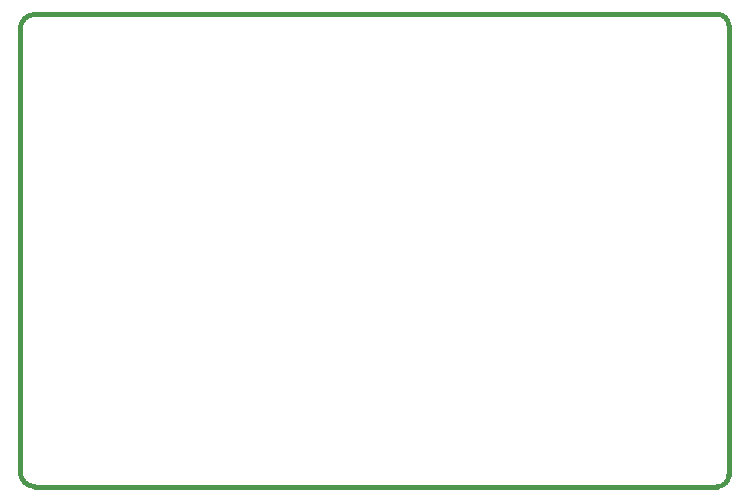
<source format=gm1>
G04*
G04 #@! TF.GenerationSoftware,Altium Limited,Altium Designer,20.0.2 (26)*
G04*
G04 Layer_Color=16711935*
%FSLAX25Y25*%
%MOIN*%
G70*
G01*
G75*
%ADD48C,0.01575*%
D48*
X5000Y157480D02*
G03*
X0Y152480I0J-5000D01*
G01*
Y5000D02*
G03*
X5000Y0I5000J0D01*
G01*
X232283D02*
G03*
X236221Y3937I0J3937D01*
G01*
Y153543D02*
G03*
X232283Y157480I-3937J0D01*
G01*
X5000D02*
X11811D01*
X0Y5000D02*
Y152480D01*
X5000Y0D02*
X232283D01*
X236221Y3937D02*
Y3937D01*
Y153543D01*
X11811Y157480D02*
X232283D01*
M02*

</source>
